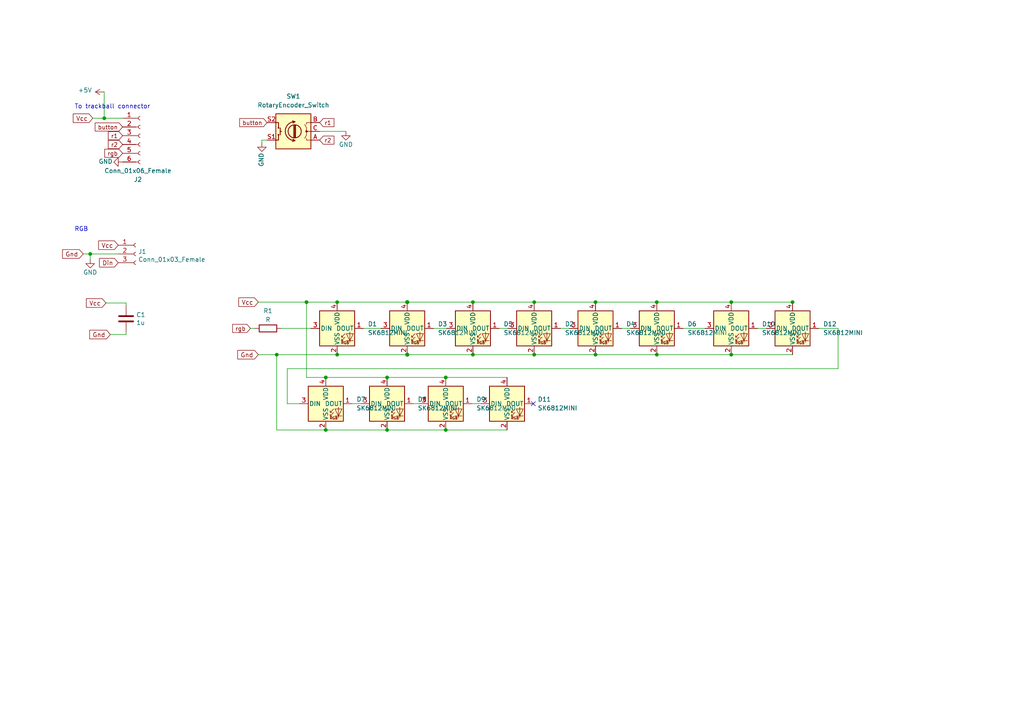
<source format=kicad_sch>
(kicad_sch (version 20211123) (generator eeschema)
  (paper "A4")
  (title_block (title "Charybdis Blackpill Holder") (date "2022-01-20") (rev "1.2") (company "BastardKB x KarlK90") (comment 1 "Licensed under CERN-OHL-W v2"))
  (lib_symbols
    (symbol "Connector:Conn_01x03_Female" (pin_names (offset 1.016) hide)
      (property "Reference" "J" (at 0 5.08 0))
      (property "Value" "Conn_01x03_Female" (at 0 -5.08 0))
      (symbol "Conn_01x03_Female_1_1"
        (arc (start 0 -2.032) (mid -0.508 -2.54) (end 0 -3.048) (stroke (width 0.1524)))
        (polyline (pts (xy -1.27 -2.54) (xy -0.508 -2.54)) (stroke (width 0.1524)))
        (polyline (pts (xy -1.27 0) (xy -0.508 0)) (stroke (width 0.1524)))
        (polyline (pts (xy -1.27 2.54) (xy -0.508 2.54)) (stroke (width 0.1524)))
        (arc (start 0 0.508) (mid -0.508 0) (end 0 -0.508) (stroke (width 0.1524)))
        (arc (start 0 3.048) (mid -0.508 2.54) (end 0 2.032) (stroke (width 0.1524)))
        (pin passive line (at -5.08 2.54 0) (length 3.81) (name "Pin_1") (number "1"))
        (pin passive line (at -5.08 0 0) (length 3.81) (name "Pin_2") (number "2"))
        (pin passive line (at -5.08 -2.54 0) (length 3.81) (name "Pin_3") (number "3"))
      )
    )
    (symbol "Connector:Conn_01x06_Female" (pin_names (offset 1.016) hide)
      (property "Reference" "J" (at 0 7.62 0))
      (property "Value" "Conn_01x06_Female" (at 0 -10.16 0))
      (symbol "Conn_01x06_Female_1_1"
        (arc (start 0 -7.112) (mid -0.508 -7.62) (end 0 -8.128) (stroke (width 0.1524)))
        (arc (start 0 -4.572) (mid -0.508 -5.08) (end 0 -5.588) (stroke (width 0.1524)))
        (arc (start 0 -2.032) (mid -0.508 -2.54) (end 0 -3.048) (stroke (width 0.1524)))
        (polyline (pts (xy -1.27 -7.62) (xy -0.508 -7.62)) (stroke (width 0.1524)))
        (polyline (pts (xy -1.27 -5.08) (xy -0.508 -5.08)) (stroke (width 0.1524)))
        (polyline (pts (xy -1.27 -2.54) (xy -0.508 -2.54)) (stroke (width 0.1524)))
        (polyline (pts (xy -1.27 0) (xy -0.508 0)) (stroke (width 0.1524)))
        (polyline (pts (xy -1.27 2.54) (xy -0.508 2.54)) (stroke (width 0.1524)))
        (polyline (pts (xy -1.27 5.08) (xy -0.508 5.08)) (stroke (width 0.1524)))
        (arc (start 0 0.508) (mid -0.508 0) (end 0 -0.508) (stroke (width 0.1524)))
        (arc (start 0 3.048) (mid -0.508 2.54) (end 0 2.032) (stroke (width 0.1524)))
        (arc (start 0 5.588) (mid -0.508 5.08) (end 0 4.572) (stroke (width 0.1524)))
        (pin passive line (at -5.08 5.08 0) (length 3.81) (name "Pin_1") (number "1"))
        (pin passive line (at -5.08 2.54 0) (length 3.81) (name "Pin_2") (number "2"))
        (pin passive line (at -5.08 0 0) (length 3.81) (name "Pin_3") (number "3"))
        (pin passive line (at -5.08 -2.54 0) (length 3.81) (name "Pin_4") (number "4"))
        (pin passive line (at -5.08 -5.08 0) (length 3.81) (name "Pin_5") (number "5"))
        (pin passive line (at -5.08 -7.62 0) (length 3.81) (name "Pin_6") (number "6"))
      )
    )
    (symbol "Device:C" (pin_numbers hide) (pin_names (offset 0.254))
      (property "Reference" "C" (at 0.635 2.54 0))
      (property "Value" "C" (at 0.635 -2.54 0))
      (symbol "C_0_1"
        (polyline (pts (xy -2.032 -0.762) (xy 2.032 -0.762)) (stroke (width 0.508)))
        (polyline (pts (xy -2.032 0.762) (xy 2.032 0.762)) (stroke (width 0.508)))
      )
      (symbol "C_1_1"
        (pin passive line (at 0 3.81 270) (length 2.794) (name "~") (number "1"))
        (pin passive line (at 0 -3.81 90) (length 2.794) (name "~") (number "2"))
      )
    )
    (symbol "Device:R" (pin_numbers hide) (pin_names (offset 0))
      (property "Reference" "R" (at 2.032 0 90))
      (property "Value" "R" (at 0 0 90))
      (symbol "R_0_1"
        (rectangle (start -1.016 -2.54) (end 1.016 2.54) (stroke (width 0.254)))
      )
      (symbol "R_1_1"
        (pin passive line (at 0 3.81 270) (length 1.27) (name "~") (number "1"))
        (pin passive line (at 0 -3.81 90) (length 1.27) (name "~") (number "2"))
      )
    )
    (symbol "Device:RotaryEncoder_Switch" (pin_names (offset 0.254) hide)
      (property "Reference" "SW" (at 0 6.604 0))
      (property "Value" "RotaryEncoder_Switch" (at 0 -6.604 0))
      (symbol "RotaryEncoder_Switch_0_1"
        (rectangle (start -5.08 5.08) (end 5.08 -5.08) (stroke (width 0.254)) (fill (type background)))
        (circle (center -3.81 0) (radius 0.254) (fill (type outline)))
        (arc (start -0.381 -2.794) (mid 2.3622 -0.0635) (end -0.381 2.667) (stroke (width 0.254)))
        (circle (center -0.381 0) (radius 1.905) (stroke (width 0.254)))
        (polyline (pts (xy -0.635 -1.778) (xy -0.635 1.778)) (stroke (width 0.254)))
        (polyline (pts (xy -0.381 -1.778) (xy -0.381 1.778)) (stroke (width 0.254)))
        (polyline (pts (xy -0.127 1.778) (xy -0.127 -1.778)) (stroke (width 0.254)))
        (polyline (pts (xy 3.81 0) (xy 3.429 0)) (stroke (width 0.254)))
        (polyline (pts (xy 3.81 1.016) (xy 3.81 -1.016)) (stroke (width 0.254)))
        (polyline (pts (xy -5.08 -2.54) (xy -3.81 -2.54) (xy -3.81 -2.032)))
        (polyline (pts (xy -5.08 2.54) (xy -3.81 2.54) (xy -3.81 2.032)))
        (polyline (pts (xy 0.254 -3.048) (xy -0.508 -2.794) (xy 0.127 -2.413)) (stroke (width 0.254)))
        (polyline (pts (xy 0.254 2.921) (xy -0.508 2.667) (xy 0.127 2.286)) (stroke (width 0.254)))
        (polyline (pts (xy 5.08 -2.54) (xy 4.318 -2.54) (xy 4.318 -1.016)) (stroke (width 0.254)))
        (polyline (pts (xy 5.08 2.54) (xy 4.318 2.54) (xy 4.318 1.016)) (stroke (width 0.254)))
        (polyline (pts (xy -5.08 0) (xy -3.81 0) (xy -3.81 -1.016) (xy -3.302 -2.032)))
        (polyline (pts (xy -4.318 0) (xy -3.81 0) (xy -3.81 1.016) (xy -3.302 2.032)))
        (circle (center 4.318 -1.016) (radius 0.127) (stroke (width 0.254)))
        (circle (center 4.318 1.016) (radius 0.127) (stroke (width 0.254)))
      )
      (symbol "RotaryEncoder_Switch_1_1"
        (pin passive line (at -7.62 2.54 0) (length 2.54) (name "A") (number "A"))
        (pin passive line (at -7.62 -2.54 0) (length 2.54) (name "B") (number "B"))
        (pin passive line (at -7.62 0 0) (length 2.54) (name "C") (number "C"))
        (pin passive line (at 7.62 2.54 180) (length 2.54) (name "S1") (number "S1"))
        (pin passive line (at 7.62 -2.54 180) (length 2.54) (name "S2") (number "S2"))
      )
    )
    (symbol "LED:SK6812MINI" (pin_names (offset 0.254))
      (property "Reference" "D" (at 5.08 5.715 0))
      (property "Value" "SK6812MINI" (at 1.27 -5.715 0))
      (symbol "SK6812MINI_0_0"
        (text "RGB" (at 2.286 -4.191 0) (effects (font (size 0.762 0.762))))
      )
      (symbol "SK6812MINI_0_1"
        (polyline (pts (xy 1.27 -3.556) (xy 1.778 -3.556)))
        (polyline (pts (xy 1.27 -2.54) (xy 1.778 -2.54)))
        (polyline (pts (xy 4.699 -3.556) (xy 2.667 -3.556)))
        (polyline (pts (xy 2.286 -2.54) (xy 1.27 -3.556) (xy 1.27 -3.048)))
        (polyline (pts (xy 2.286 -1.524) (xy 1.27 -2.54) (xy 1.27 -2.032)))
        (polyline (pts (xy 3.683 -1.016) (xy 3.683 -3.556) (xy 3.683 -4.064)))
        (polyline (pts (xy 4.699 -1.524) (xy 2.667 -1.524) (xy 3.683 -3.556) (xy 4.699 -1.524)))
        (rectangle (start 5.08 5.08) (end -5.08 -5.08) (stroke (width 0.254)) (fill (type background)))
      )
      (symbol "SK6812MINI_1_1"
        (pin output line (at 7.62 0 180) (length 2.54) (name "DOUT") (number "1"))
        (pin power_in line (at 0 -7.62 90) (length 2.54) (name "VSS") (number "2"))
        (pin input line (at -7.62 0 0) (length 2.54) (name "DIN") (number "3"))
        (pin power_in line (at 0 7.62 270) (length 2.54) (name "VDD") (number "4"))
      )
    )
    (symbol "power:+5V" (power) (pin_names (offset 0))
      (property "Value" "+5V" (at 0 3.556 0))
      (symbol "+5V_0_1"
        (polyline (pts (xy -0.762 1.27) (xy 0 2.54)))
        (polyline (pts (xy 0 0) (xy 0 2.54)))
        (polyline (pts (xy 0 2.54) (xy 0.762 1.27)))
      )
      (symbol "+5V_1_1"
        (pin power_in line (at 0 0 90) (length 0) hide (name "+5V") (number "1"))
      )
    )
    (symbol "power:GND" (power) (pin_names (offset 0))
      (property "Value" "GND" (at 0 -3.81 0))
      (symbol "GND_0_1"
        (polyline (pts (xy 0 0) (xy 0 -1.27) (xy 1.27 -1.27) (xy 0 -2.54) (xy -1.27 -1.27) (xy 0 -1.27)))
      )
      (symbol "GND_1_1"
        (pin power_in line (at 0 0 270) (length 0) hide (name "GND") (number "1"))
      )
    )
  )
  (junction (at 129.286 124.714))
  (junction (at 129.286 109.474))
  (junction (at 172.72 87.63))
  (junction (at 118.11 102.87) (diameter 1.016))
  (junction (at 30.226 34.29))
  (junction (at 190.5 102.87))
  (junction (at 190.5 87.63))
  (junction (at 97.79 102.87))
  (junction (at 229.87 87.63))
  (junction (at 112.268 124.714))
  (junction (at 26.162 73.66))
  (junction (at 80.264 102.87))
  (junction (at 97.79 87.63))
  (junction (at 212.09 102.87))
  (junction (at 137.16 87.63))
  (junction (at 137.16 102.87))
  (junction (at 88.9 87.63))
  (junction (at 212.09 87.63))
  (junction (at 112.268 109.474))
  (junction (at 154.94 102.87))
  (junction (at 94.488 124.714))
  (junction (at 154.94 87.63))
  (junction (at 94.488 109.474))
  (junction (at 172.72 102.87))
  (junction (at 118.11 87.63) (diameter 1.016))
  (no_connect (at 154.686 117.094))
  (wire (pts (xy 162.56 95.25) (xy 165.1 95.25)))
  (wire (pts (xy 172.72 102.87) (xy 190.5 102.87)))
  (wire (pts (xy 144.78 95.25) (xy 147.32 95.25)))
  (wire (pts (xy 105.41 95.25) (xy 110.49 95.25)))
  (wire (pts (xy 74.93 87.63) (xy 88.9 87.63)))
  (wire (pts (xy 30.226 34.29) (xy 35.56 34.29)))
  (wire (pts (xy 80.264 102.87) (xy 97.79 102.87)))
  (wire (pts (xy 86.868 117.094) (xy 83.312 117.094)))
  (wire (pts (xy 36.576 97.028) (xy 32.004 97.028)))
  (wire (pts (xy 190.5 87.63) (xy 212.09 87.63)))
  (wire (pts (xy 137.16 87.63) (xy 154.94 87.63)))
  (wire (pts (xy 75.946 40.64) (xy 75.946 41.402)))
  (wire (pts (xy 94.488 124.714) (xy 112.268 124.714)))
  (wire (pts (xy 198.12 95.25) (xy 204.47 95.25)))
  (wire (pts (xy 92.71 38.1) (xy 100.33 38.1)))
  (wire (pts (xy 212.09 87.63) (xy 229.87 87.63)))
  (wire (pts (xy 94.488 124.714) (xy 80.264 124.714)))
  (wire (pts (xy 88.9 87.63) (xy 97.79 87.63)))
  (wire (pts (xy 243.078 95.25) (xy 237.49 95.25)))
  (wire (pts (xy 36.576 87.884) (xy 36.576 88.646)))
  (wire (pts (xy 83.312 106.934) (xy 243.078 106.934)))
  (wire (pts (xy 119.888 117.094) (xy 121.666 117.094)))
  (wire (pts (xy 81.534 95.25) (xy 90.17 95.25)))
  (wire (pts (xy 172.72 87.63) (xy 190.5 87.63)))
  (wire (pts (xy 180.34 95.25) (xy 182.88 95.25)))
  (wire (pts (xy 118.11 102.87) (xy 137.16 102.87)))
  (wire (pts (xy 154.94 87.63) (xy 172.72 87.63)))
  (wire (pts (xy 219.71 95.25) (xy 222.25 95.25)))
  (wire (pts (xy 26.162 73.66) (xy 34.29 73.66)))
  (wire (pts (xy 26.162 73.66) (xy 26.162 75.184)))
  (wire (pts (xy 112.268 124.714) (xy 129.286 124.714)))
  (wire (pts (xy 112.268 109.474) (xy 129.286 109.474)))
  (wire (pts (xy 118.11 87.63) (xy 137.16 87.63)))
  (wire (pts (xy 77.47 40.64) (xy 75.946 40.64)))
  (wire (pts (xy 129.286 109.474) (xy 147.066 109.474)))
  (wire (pts (xy 136.906 117.094) (xy 139.446 117.094)))
  (wire (pts (xy 72.644 95.25) (xy 73.914 95.25)))
  (wire (pts (xy 74.93 102.87) (xy 80.264 102.87)))
  (wire (pts (xy 94.488 109.474) (xy 112.268 109.474)))
  (wire (pts (xy 212.09 102.87) (xy 229.87 102.87)))
  (wire (pts (xy 97.79 102.87) (xy 118.11 102.87)))
  (wire (pts (xy 26.924 34.29) (xy 30.226 34.29)))
  (wire (pts (xy 154.94 102.87) (xy 172.72 102.87)))
  (wire (pts (xy 97.79 87.63) (xy 118.11 87.63)))
  (wire (pts (xy 30.734 87.884) (xy 36.576 87.884)))
  (wire (pts (xy 88.9 109.474) (xy 88.9 87.63)))
  (wire (pts (xy 129.286 124.714) (xy 147.066 124.714)))
  (wire (pts (xy 80.264 102.87) (xy 80.264 124.714)))
  (wire (pts (xy 83.312 117.094) (xy 83.312 106.934)))
  (wire (pts (xy 229.87 87.63) (xy 230.124 87.63)))
  (wire (pts (xy 102.108 117.094) (xy 104.648 117.094)))
  (wire (pts (xy 125.73 95.25) (xy 129.54 95.25)))
  (wire (pts (xy 36.576 96.266) (xy 36.576 97.028)))
  (wire (pts (xy 94.488 109.474) (xy 88.9 109.474)))
  (wire (pts (xy 30.226 26.67) (xy 30.226 34.29)))
  (wire (pts (xy 243.078 106.934) (xy 243.078 95.25)))
  (wire (pts (xy 190.5 102.87) (xy 212.09 102.87)))
  (wire (pts (xy 24.13 73.66) (xy 26.162 73.66)))
  (wire (pts (xy 137.16 102.87) (xy 154.94 102.87)))
  (text "To trackball connector" (at 21.59 31.75 0) (effects (font (size 1.27 1.27)) (justify left bottom)))
  (text "RGB" (at 21.59 67.31 0) (effects (font (size 1.27 1.27)) (justify left bottom)))
  (global_label "Vcc" (shape input) (at 26.924 34.29 180) (property "Intersheet References" "${INTERSHEET_REFS}" (effects hide)))
  (global_label "button" (shape input) (at 35.56 36.83 180) (effects (font (size 1.1938 1.1938))) (property "Intersheet References" "${INTERSHEET_REFS}" (effects hide)))
  (global_label "rgb" (shape input) (at 35.56 44.45 180) (effects (font (size 1.1938 1.1938))) (property "Intersheet References" "${INTERSHEET_REFS}" (effects hide)))
  (global_label "button" (shape input) (at 77.47 35.56 180) (effects (font (size 1.1938 1.1938))) (property "Intersheet References" "${INTERSHEET_REFS}" (effects hide)))
  (global_label "Gnd" (shape input) (at 74.93 102.87 180) (property "Intersheet References" "${INTERSHEET_REFS}" (effects hide)))
  (global_label "Gnd" (shape input) (at 32.004 97.028 180) (property "Intersheet References" "${INTERSHEET_REFS}" (effects hide)))
  (global_label "rgb" (shape input) (at 72.644 95.25 180) (effects (font (size 1.1938 1.1938))) (property "Intersheet References" "${INTERSHEET_REFS}" (effects hide)))
  (global_label "r2" (shape input) (at 35.56 41.91 180) (effects (font (size 1.1938 1.1938))) (property "Intersheet References" "${INTERSHEET_REFS}" (effects hide)))
  (global_label "r2" (shape input) (at 92.71 40.64 0) (effects (font (size 1.1938 1.1938))) (property "Intersheet References" "${INTERSHEET_REFS}" (effects hide)))
  (global_label "r1" (shape input) (at 35.56 39.37 180) (effects (font (size 1.1938 1.1938))) (property "Intersheet References" "${INTERSHEET_REFS}" (effects hide)))
  (global_label "Din" (shape input) (at 34.29 76.2 180) (property "Intersheet References" "${INTERSHEET_REFS}" (effects hide)))
  (global_label "r1" (shape input) (at 92.71 35.56 0) (effects (font (size 1.1938 1.1938))) (property "Intersheet References" "${INTERSHEET_REFS}" (effects hide)))
  (global_label "Vcc" (shape input) (at 34.29 71.12 180) (property "Intersheet References" "${INTERSHEET_REFS}" (effects hide)))
  (global_label "Vcc" (shape input) (at 30.734 87.884 180) (property "Intersheet References" "${INTERSHEET_REFS}" (effects hide)))
  (global_label "Gnd" (shape input) (at 24.13 73.66 180) (property "Intersheet References" "${INTERSHEET_REFS}" (effects hide)))
  (global_label "Vcc" (shape input) (at 74.93 87.63 180) (property "Intersheet References" "${INTERSHEET_REFS}" (effects hide)))
  (symbol (lib_id "LED:SK6812MINI") (at 229.87 95.25 0) (unit 1)
    (property "Reference" "D12" (at 238.76 93.98 0) (effects (justify left)))
    (property "Value" "SK6812MINI" (at 238.76 96.52 0) (effects (justify left)))
    (property "Footprint" "Library:YS-SK6812MINI-E" (effects hide))
    (property "Datasheet" "https://cdn-shop.adafruit.com/product-files/2686/SK6812MINI_REV.01-1-2.pdf" (effects hide))
  )
  (symbol (lib_id "LED:SK6812MINI") (at 154.94 95.25 0) (unit 1)
    (property "Reference" "D2" (at 163.83 93.98 0) (effects (justify left)))
    (property "Value" "SK6812MINI" (at 163.83 96.52 0) (effects (justify left)))
    (property "Footprint" "Library:YS-SK6812MINI-E" (effects hide))
    (property "Datasheet" "https://cdn-shop.adafruit.com/product-files/2686/SK6812MINI_REV.01-1-2.pdf" (effects hide))
  )
  (symbol (lib_id "LED:SK6812MINI") (at 190.5 95.25 0) (unit 1)
    (property "Reference" "D6" (at 199.39 93.98 0) (effects (justify left)))
    (property "Value" "SK6812MINI" (at 199.39 96.52 0) (effects (justify left)))
    (property "Footprint" "Library:YS-SK6812MINI-E" (effects hide))
    (property "Datasheet" "https://cdn-shop.adafruit.com/product-files/2686/SK6812MINI_REV.01-1-2.pdf" (effects hide))
  )
  (symbol (lib_id "LED:SK6812MINI") (at 97.79 95.25 0) (unit 1)
    (property "Reference" "D1" (at 106.68 93.98 0) (effects (justify left)))
    (property "Value" "SK6812MINI" (at 106.68 96.52 0) (effects (justify left)))
    (property "Footprint" "Library:YS-SK6812MINI-E" (effects hide))
    (property "Datasheet" "https://cdn-shop.adafruit.com/product-files/2686/SK6812MINI_REV.01-1-2.pdf" (effects hide))
  )
  (symbol (lib_id "Connector:Conn_01x06_Female") (at 40.64 39.37 0) (unit 1)
    (property "Reference" "J2" (at 40.005 52.07 0))
    (property "Value" "Conn_01x06_Female" (at 40.005 49.53 0))
    (property "Footprint" "Library:6_PinHeader" (effects hide))
  )
  (symbol (lib_id "LED:SK6812MINI") (at 112.268 117.094 0) (unit 1)
    (property "Reference" "D8" (at 121.158 115.824 0) (effects (justify left)))
    (property "Value" "SK6812MINI" (at 121.158 118.364 0) (effects (justify left)))
    (property "Footprint" "Library:YS-SK6812MINI-E" (effects hide))
    (property "Datasheet" "https://cdn-shop.adafruit.com/product-files/2686/SK6812MINI_REV.01-1-2.pdf" (effects hide))
  )
  (symbol (lib_id "Device:R") (at 77.724 95.25 270) (unit 1)
    (property "Reference" "R1" (at 77.724 90.17 90))
    (property "Value" "R" (at 77.724 92.71 90))
    (property "Footprint" "Resistor_SMD:R_1206_3216Metric_Pad1.30x1.75mm_HandSolder" (effects hide))
  )
  (symbol (lib_id "power:GND") (at 100.33 38.1 0) (unit 1)
    (property "Reference" "#PWR0103" (effects hide))
    (property "Value" "GND" (at 100.33 41.91 0))
  )
  (symbol (lib_id "LED:SK6812MINI") (at 172.72 95.25 0) (unit 1)
    (property "Reference" "D4" (at 181.61 93.98 0) (effects (justify left)))
    (property "Value" "SK6812MINI" (at 181.61 96.52 0) (effects (justify left)))
    (property "Footprint" "Library:YS-SK6812MINI-E" (effects hide))
    (property "Datasheet" "https://cdn-shop.adafruit.com/product-files/2686/SK6812MINI_REV.01-1-2.pdf" (effects hide))
  )
  (symbol (lib_id "LED:SK6812MINI") (at 147.066 117.094 0) (unit 1)
    (property "Reference" "D11" (at 155.956 115.824 0) (effects (justify left)))
    (property "Value" "SK6812MINI" (at 155.956 118.364 0) (effects (justify left)))
    (property "Footprint" "Library:YS-SK6812MINI-E" (effects hide))
    (property "Datasheet" "https://cdn-shop.adafruit.com/product-files/2686/SK6812MINI_REV.01-1-2.pdf" (effects hide))
  )
  (symbol (lib_id "LED:SK6812MINI") (at 118.11 95.25 0) (unit 1)
    (property "Reference" "D3" (at 127 93.98 0) (effects (justify left)))
    (property "Value" "SK6812MINI" (at 127 96.52 0) (effects (justify left)))
    (property "Footprint" "Library:YS-SK6812MINI-E" (effects hide))
    (property "Datasheet" "https://cdn-shop.adafruit.com/product-files/2686/SK6812MINI_REV.01-1-2.pdf" (effects hide))
  )
  (symbol (lib_id "LED:SK6812MINI") (at 137.16 95.25 0) (unit 1)
    (property "Reference" "D5" (at 146.05 93.98 0) (effects (justify left)))
    (property "Value" "SK6812MINI" (at 146.05 96.52 0) (effects (justify left)))
    (property "Footprint" "Library:YS-SK6812MINI-E" (effects hide))
    (property "Datasheet" "https://cdn-shop.adafruit.com/product-files/2686/SK6812MINI_REV.01-1-2.pdf" (effects hide))
  )
  (symbol (lib_id "LED:SK6812MINI") (at 129.286 117.094 0) (unit 1)
    (property "Reference" "D9" (at 138.176 115.824 0) (effects (justify left)))
    (property "Value" "SK6812MINI" (at 138.176 118.364 0) (effects (justify left)))
    (property "Footprint" "Library:YS-SK6812MINI-E" (effects hide))
    (property "Datasheet" "https://cdn-shop.adafruit.com/product-files/2686/SK6812MINI_REV.01-1-2.pdf" (effects hide))
  )
  (symbol (lib_id "power:GND") (at 35.56 46.99 270) (unit 1)
    (property "Reference" "#PWR0102" (effects hide))
    (property "Value" "GND" (at 28.5751 46.834 90) (effects (justify left)))
  )
  (symbol (lib_id "power:+5V") (at 30.226 26.67 90) (unit 1)
    (property "Reference" "#PWR0101" (effects hide))
    (property "Value" "+5V" (at 22.606 26.162 90) (effects (justify right)))
  )
  (symbol (lib_id "power:GND") (at 26.162 75.184 0) (unit 1)
    (property "Reference" "#PWR0104" (effects hide))
    (property "Value" "GND" (at 26.162 78.994 0))
  )
  (symbol (lib_id "Device:C") (at 36.576 92.456 0) (unit 1)
    (property "Reference" "C1" (at 39.4971 91.3066 0) (effects (justify left)))
    (property "Value" "1u" (at 39.4971 93.6053 0) (effects (justify left)))
    (property "Footprint" "Capacitor_SMD:C_1206_3216Metric_Pad1.33x1.80mm_HandSolder" (effects hide))
  )
  (symbol (lib_id "LED:SK6812MINI") (at 94.488 117.094 0) (unit 1)
    (property "Reference" "D7" (at 103.378 115.824 0) (effects (justify left)))
    (property "Value" "SK6812MINI" (at 103.378 118.364 0) (effects (justify left)))
    (property "Footprint" "Library:YS-SK6812MINI-E" (effects hide))
    (property "Datasheet" "https://cdn-shop.adafruit.com/product-files/2686/SK6812MINI_REV.01-1-2.pdf" (effects hide))
  )
  (symbol (lib_id "Device:RotaryEncoder_Switch") (at 85.09 38.1 180) (unit 1)
    (property "Reference" "SW1" (at 85.09 27.94 0))
    (property "Value" "RotaryEncoder_Switch" (at 85.09 30.48 0))
    (property "Footprint" "Library:RotaryEncoder_Alps_EC11E-Switch_Vertical_H20mm" (effects hide))
  )
  (symbol (lib_id "Connector:Conn_01x03_Female") (at 39.37 73.66 0) (unit 1)
    (property "Reference" "J1" (at 40.0813 72.9678 0) (effects (justify left)))
    (property "Value" "Conn_01x03_Female" (at 40.0813 75.2665 0) (effects (justify left)))
    (property "Footprint" "Connector_PinHeader_2.54mm:PinHeader_1x03_P2.54mm_Vertical" (effects hide))
  )
  (symbol (lib_id "power:GND") (at 75.946 41.402 0) (unit 1)
    (property "Reference" "#PWR0105" (effects hide))
    (property "Value" "GND" (at 75.79 48.3869 90) (effects (justify left)))
  )
  (symbol (lib_id "LED:SK6812MINI") (at 212.09 95.25 0) (unit 1)
    (property "Reference" "D10" (at 220.98 93.98 0) (effects (justify left)))
    (property "Value" "SK6812MINI" (at 220.98 96.52 0) (effects (justify left)))
    (property "Footprint" "Library:YS-SK6812MINI-E" (effects hide))
    (property "Datasheet" "https://cdn-shop.adafruit.com/product-files/2686/SK6812MINI_REV.01-1-2.pdf" (effects hide))
  )
)
</source>
